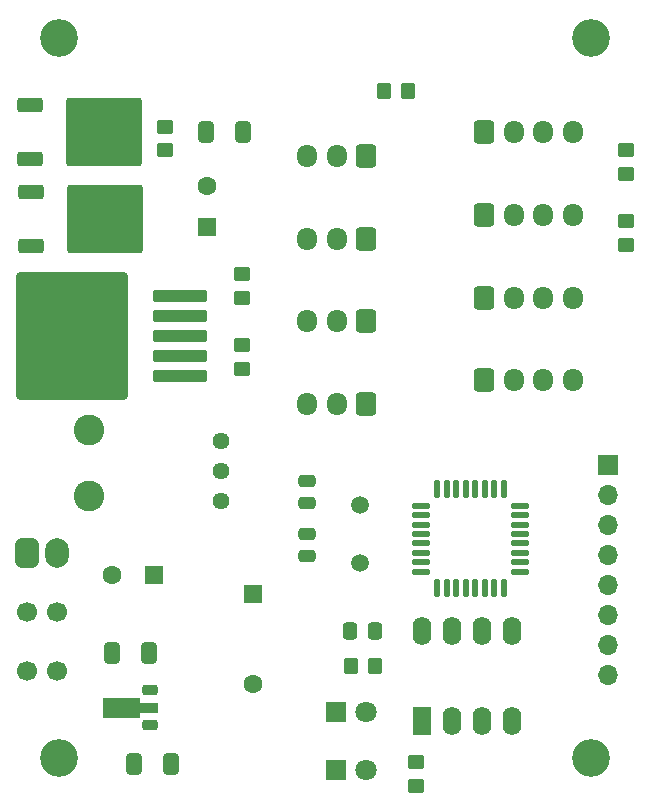
<source format=gbr>
%TF.GenerationSoftware,KiCad,Pcbnew,8.0.0-8.0.0-1~ubuntu20.04.1*%
%TF.CreationDate,2024-04-10T23:06:07+05:00*%
%TF.ProjectId,GammaAnomalain,47616d6d-6141-46e6-9f6d-616c61696e2e,rev?*%
%TF.SameCoordinates,Original*%
%TF.FileFunction,Soldermask,Top*%
%TF.FilePolarity,Negative*%
%FSLAX46Y46*%
G04 Gerber Fmt 4.6, Leading zero omitted, Abs format (unit mm)*
G04 Created by KiCad (PCBNEW 8.0.0-8.0.0-1~ubuntu20.04.1) date 2024-04-10 23:06:07*
%MOMM*%
%LPD*%
G01*
G04 APERTURE LIST*
G04 Aperture macros list*
%AMRoundRect*
0 Rectangle with rounded corners*
0 $1 Rounding radius*
0 $2 $3 $4 $5 $6 $7 $8 $9 X,Y pos of 4 corners*
0 Add a 4 corners polygon primitive as box body*
4,1,4,$2,$3,$4,$5,$6,$7,$8,$9,$2,$3,0*
0 Add four circle primitives for the rounded corners*
1,1,$1+$1,$2,$3*
1,1,$1+$1,$4,$5*
1,1,$1+$1,$6,$7*
1,1,$1+$1,$8,$9*
0 Add four rect primitives between the rounded corners*
20,1,$1+$1,$2,$3,$4,$5,0*
20,1,$1+$1,$4,$5,$6,$7,0*
20,1,$1+$1,$6,$7,$8,$9,0*
20,1,$1+$1,$8,$9,$2,$3,0*%
%AMFreePoly0*
4,1,9,3.862500,-0.866500,0.737500,-0.866500,0.737500,-0.450000,-0.737500,-0.450000,-0.737500,0.450000,0.737500,0.450000,0.737500,0.866500,3.862500,0.866500,3.862500,-0.866500,3.862500,-0.866500,$1*%
G04 Aperture macros list end*
%ADD10RoundRect,0.250000X-0.450000X0.350000X-0.450000X-0.350000X0.450000X-0.350000X0.450000X0.350000X0*%
%ADD11R,1.600000X1.600000*%
%ADD12C,1.600000*%
%ADD13RoundRect,0.250000X0.450000X-0.350000X0.450000X0.350000X-0.450000X0.350000X-0.450000X-0.350000X0*%
%ADD14RoundRect,0.250000X0.412500X0.650000X-0.412500X0.650000X-0.412500X-0.650000X0.412500X-0.650000X0*%
%ADD15C,1.500000*%
%ADD16RoundRect,0.250000X0.600000X0.725000X-0.600000X0.725000X-0.600000X-0.725000X0.600000X-0.725000X0*%
%ADD17O,1.700000X1.950000*%
%ADD18RoundRect,0.250000X-0.600000X-0.725000X0.600000X-0.725000X0.600000X0.725000X-0.600000X0.725000X0*%
%ADD19RoundRect,0.250000X-0.350000X-0.450000X0.350000X-0.450000X0.350000X0.450000X-0.350000X0.450000X0*%
%ADD20RoundRect,0.250000X2.050000X0.300000X-2.050000X0.300000X-2.050000X-0.300000X2.050000X-0.300000X0*%
%ADD21RoundRect,0.250002X4.449998X5.149998X-4.449998X5.149998X-4.449998X-5.149998X4.449998X-5.149998X0*%
%ADD22C,2.600000*%
%ADD23C,3.200000*%
%ADD24R,1.600000X2.400000*%
%ADD25O,1.600000X2.400000*%
%ADD26RoundRect,0.250000X0.475000X-0.250000X0.475000X0.250000X-0.475000X0.250000X-0.475000X-0.250000X0*%
%ADD27RoundRect,0.250000X0.337500X0.475000X-0.337500X0.475000X-0.337500X-0.475000X0.337500X-0.475000X0*%
%ADD28R,1.800000X1.800000*%
%ADD29C,1.800000*%
%ADD30RoundRect,0.225000X0.425000X0.225000X-0.425000X0.225000X-0.425000X-0.225000X0.425000X-0.225000X0*%
%ADD31FreePoly0,180.000000*%
%ADD32RoundRect,0.250000X-0.850000X-0.350000X0.850000X-0.350000X0.850000X0.350000X-0.850000X0.350000X0*%
%ADD33RoundRect,0.249997X-2.950003X-2.650003X2.950003X-2.650003X2.950003X2.650003X-2.950003X2.650003X0*%
%ADD34RoundRect,0.125000X-0.625000X-0.125000X0.625000X-0.125000X0.625000X0.125000X-0.625000X0.125000X0*%
%ADD35RoundRect,0.125000X-0.125000X-0.625000X0.125000X-0.625000X0.125000X0.625000X-0.125000X0.625000X0*%
%ADD36RoundRect,0.250000X-0.475000X0.250000X-0.475000X-0.250000X0.475000X-0.250000X0.475000X0.250000X0*%
%ADD37C,1.440000*%
%ADD38C,1.700000*%
%ADD39RoundRect,0.500000X0.500000X-0.750000X0.500000X0.750000X-0.500000X0.750000X-0.500000X-0.750000X0*%
%ADD40O,2.000000X2.500000*%
%ADD41R,1.700000X1.700000*%
%ADD42O,1.700000X1.700000*%
%ADD43RoundRect,0.250000X0.350000X0.450000X-0.350000X0.450000X-0.350000X-0.450000X0.350000X-0.450000X0*%
G04 APERTURE END LIST*
D10*
%TO.C,R4*%
X152000000Y-69500000D03*
X152000000Y-71500000D03*
%TD*%
D11*
%TO.C,C4*%
X112000000Y-99500000D03*
D12*
X108500000Y-99500000D03*
%TD*%
D13*
%TO.C,R2*%
X119500000Y-82000000D03*
X119500000Y-80000000D03*
%TD*%
D14*
%TO.C,C3*%
X111625000Y-106100000D03*
X108500000Y-106100000D03*
%TD*%
D15*
%TO.C,Y1*%
X129500000Y-93550000D03*
X129500000Y-98430000D03*
%TD*%
D16*
%TO.C,J4*%
X130000000Y-64000000D03*
D17*
X127500000Y-64000000D03*
X125000000Y-64000000D03*
%TD*%
D18*
%TO.C,J7*%
X140000000Y-76000000D03*
D17*
X142500000Y-76000000D03*
X145000000Y-76000000D03*
X147500000Y-76000000D03*
%TD*%
D18*
%TO.C,J6*%
X140000000Y-69000000D03*
D17*
X142500000Y-69000000D03*
X145000000Y-69000000D03*
X147500000Y-69000000D03*
%TD*%
D19*
%TO.C,R3*%
X131500000Y-58500000D03*
X133500000Y-58500000D03*
%TD*%
D20*
%TO.C,U3*%
X114225000Y-82625000D03*
X114225000Y-80925000D03*
X114225000Y-79225000D03*
D21*
X105075000Y-79225000D03*
D20*
X114225000Y-77525000D03*
X114225000Y-75825000D03*
%TD*%
D22*
%TO.C,L1*%
X106500000Y-92800000D03*
X106500000Y-87200000D03*
%TD*%
D23*
%TO.C,H2*%
X149000000Y-54000000D03*
%TD*%
D14*
%TO.C,C7*%
X113500000Y-115500000D03*
X110375000Y-115500000D03*
%TD*%
%TO.C,C6*%
X119562500Y-62000000D03*
X116437500Y-62000000D03*
%TD*%
D23*
%TO.C,H4*%
X149000000Y-115000000D03*
%TD*%
D24*
%TO.C,U4*%
X134700000Y-111825000D03*
D25*
X137240000Y-111825000D03*
X139780000Y-111825000D03*
X142320000Y-111825000D03*
X142320000Y-104205000D03*
X139780000Y-104205000D03*
X137240000Y-104205000D03*
X134700000Y-104205000D03*
%TD*%
D18*
%TO.C,J5*%
X140000000Y-62000000D03*
D17*
X142500000Y-62000000D03*
X145000000Y-62000000D03*
X147500000Y-62000000D03*
%TD*%
D13*
%TO.C,R1*%
X119500000Y-76000000D03*
X119500000Y-74000000D03*
%TD*%
D11*
%TO.C,C5*%
X116500000Y-70000000D03*
D12*
X116500000Y-66500000D03*
%TD*%
D26*
%TO.C,C2*%
X125000000Y-97900000D03*
X125000000Y-96000000D03*
%TD*%
D27*
%TO.C,C8*%
X130737500Y-104200000D03*
X128662500Y-104200000D03*
%TD*%
D16*
%TO.C,J1*%
X130000000Y-85000000D03*
D17*
X127500000Y-85000000D03*
X125000000Y-85000000D03*
%TD*%
D28*
%TO.C,D2*%
X127425000Y-111100000D03*
D29*
X129965000Y-111100000D03*
%TD*%
D16*
%TO.C,J3*%
X130000000Y-71000000D03*
D17*
X127500000Y-71000000D03*
X125000000Y-71000000D03*
%TD*%
D16*
%TO.C,J2*%
X130000000Y-78000000D03*
D17*
X127500000Y-78000000D03*
X125000000Y-78000000D03*
%TD*%
D28*
%TO.C,D3*%
X127425000Y-116000000D03*
D29*
X129965000Y-116000000D03*
%TD*%
D13*
%TO.C,R8*%
X134200000Y-117300000D03*
X134200000Y-115300000D03*
%TD*%
D30*
%TO.C,U2*%
X111712500Y-112200000D03*
D31*
X111625000Y-110700000D03*
D30*
X111712500Y-109200000D03*
%TD*%
D11*
%TO.C,BZ1*%
X120400000Y-101100000D03*
D12*
X120400000Y-108700000D03*
%TD*%
D13*
%TO.C,R6*%
X113000000Y-63500000D03*
X113000000Y-61500000D03*
%TD*%
D23*
%TO.C,H1*%
X104000000Y-54000000D03*
%TD*%
D32*
%TO.C,Q1*%
X101525000Y-59695000D03*
D33*
X107825000Y-61975000D03*
D32*
X101525000Y-64255000D03*
%TD*%
D34*
%TO.C,U1*%
X134650000Y-93600000D03*
X134650000Y-94400000D03*
X134650000Y-95200000D03*
X134650000Y-96000000D03*
X134650000Y-96800000D03*
X134650000Y-97600000D03*
X134650000Y-98400000D03*
X134650000Y-99200000D03*
D35*
X136025000Y-100575000D03*
X136825000Y-100575000D03*
X137625000Y-100575000D03*
X138425000Y-100575000D03*
X139225000Y-100575000D03*
X140025000Y-100575000D03*
X140825000Y-100575000D03*
X141625000Y-100575000D03*
D34*
X143000000Y-99200000D03*
X143000000Y-98400000D03*
X143000000Y-97600000D03*
X143000000Y-96800000D03*
X143000000Y-96000000D03*
X143000000Y-95200000D03*
X143000000Y-94400000D03*
X143000000Y-93600000D03*
D35*
X141625000Y-92225000D03*
X140825000Y-92225000D03*
X140025000Y-92225000D03*
X139225000Y-92225000D03*
X138425000Y-92225000D03*
X137625000Y-92225000D03*
X136825000Y-92225000D03*
X136025000Y-92225000D03*
%TD*%
D33*
%TO.C,D1*%
X107877500Y-69302500D03*
D32*
X101577500Y-67022500D03*
X101577500Y-71582500D03*
%TD*%
D18*
%TO.C,J11*%
X140000000Y-83000000D03*
D17*
X142500000Y-83000000D03*
X145000000Y-83000000D03*
X147500000Y-83000000D03*
%TD*%
D36*
%TO.C,C1*%
X125000000Y-91500000D03*
X125000000Y-93400000D03*
%TD*%
D13*
%TO.C,R5*%
X152000000Y-65500000D03*
X152000000Y-63500000D03*
%TD*%
D37*
%TO.C,RV1*%
X117700000Y-88100000D03*
X117700000Y-90640000D03*
X117700000Y-93180000D03*
%TD*%
D38*
%TO.C,J9*%
X101300000Y-107600000D03*
X103800000Y-107600000D03*
X101300000Y-102600000D03*
X103800000Y-102600000D03*
D39*
X101300000Y-97600000D03*
D40*
X103800000Y-97600000D03*
%TD*%
D23*
%TO.C,H3*%
X104000000Y-115000000D03*
%TD*%
D41*
%TO.C,J8*%
X150500000Y-90125000D03*
D42*
X150500000Y-92665000D03*
X150500000Y-95205000D03*
X150500000Y-97745000D03*
X150500000Y-100285000D03*
X150500000Y-102825000D03*
X150500000Y-105365000D03*
X150500000Y-107905000D03*
%TD*%
D43*
%TO.C,R7*%
X130700000Y-107200000D03*
X128700000Y-107200000D03*
%TD*%
M02*

</source>
